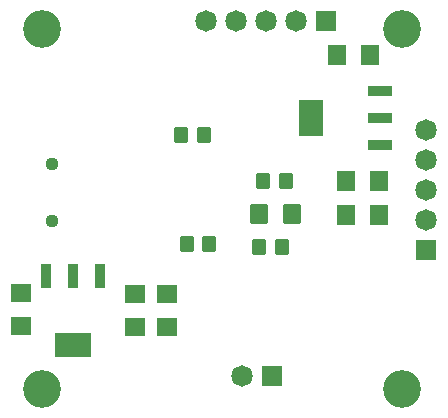
<source format=gbr>
G04 DipTrace 4.3.0.3*
G04 GBS.gbr*
%MOMM*%
G04 #@! TF.FileFunction,Soldermask,Bot*
G04 #@! TF.Part,Single*
%AMOUTLINE1*
4,1,28,
0.6,0.49972,
0.6,-0.49972,
0.59287,-0.55388,
0.57323,-0.60128,
0.54199,-0.64199,
0.50128,-0.67323,
0.45388,-0.69287,
0.39972,-0.7,
-0.39972,-0.7,
-0.45388,-0.69287,
-0.50128,-0.67323,
-0.54199,-0.64199,
-0.57323,-0.60128,
-0.59287,-0.55388,
-0.6,-0.49972,
-0.6,0.49972,
-0.59287,0.55388,
-0.57323,0.60128,
-0.54199,0.64199,
-0.50128,0.67323,
-0.45388,0.69287,
-0.39972,0.7,
0.39972,0.7,
0.45388,0.69287,
0.50128,0.67323,
0.54199,0.64199,
0.57323,0.60128,
0.59287,0.55388,
0.6,0.49972,
0*%
%AMOUTLINE5*
4,1,28,
-0.74999,-0.65674,
-0.75001,0.65671,
-0.74312,0.70905,
-0.72419,0.75477,
-0.69406,0.79403,
-0.6548,0.82416,
-0.60908,0.8431,
-0.55674,0.84999,
0.5567,0.85001,
0.60905,0.84312,
0.65477,0.82419,
0.69403,0.79406,
0.72415,0.7548,
0.74309,0.70908,
0.74999,0.65674,
0.75001,-0.65671,
0.74312,-0.70905,
0.72419,-0.75477,
0.69406,-0.79403,
0.6548,-0.82416,
0.60908,-0.8431,
0.55674,-0.84999,
-0.5567,-0.85001,
-0.60905,-0.84312,
-0.65477,-0.82419,
-0.69403,-0.79406,
-0.72415,-0.7548,
-0.74309,-0.70908,
-0.74999,-0.65674,
0*%
%ADD40C,3.2*%
%ADD44C,1.1192*%
%ADD45R,2.05X3.15*%
%ADD46R,2.05X0.85*%
%ADD47R,3.15X2.05*%
%ADD48R,0.85X2.05*%
%ADD49C,1.82*%
%ADD50R,1.82X1.82*%
%ADD52R,1.7X1.5*%
%ADD53R,1.5X1.7*%
%ADD58OUTLINE1*%
%ADD62OUTLINE5*%
%FSLAX35Y35*%
G04*
G71*
G90*
G75*
G01*
G04 BotMask*
%LPD*%
D58*
X2740000Y3420000D3*
X2550000D3*
X3400000Y2470000D3*
X3210000D3*
D53*
X4150000Y4095000D3*
X3870000D3*
X4225000Y3030000D3*
X3945000D3*
X4225000Y2745000D3*
X3945000D3*
D58*
X3435000Y3030000D3*
X3245000D3*
D62*
X3205000Y2754997D3*
X3485000Y2755003D3*
D52*
X1189997Y2085000D3*
X1190003Y1805000D3*
X2159997Y2075000D3*
X2160003Y1795000D3*
X2429997Y2075000D3*
X2430003Y1795000D3*
D58*
X2785000Y2495000D3*
X2595000D3*
D50*
X3775000Y4385000D3*
D49*
X3521000D3*
X3267000D3*
X3013000D3*
X2759000D3*
D40*
X1370000Y1270000D3*
X4420000D3*
Y4320000D3*
X1370000D3*
D50*
X4625000Y2450000D3*
D49*
Y2704000D3*
Y2958000D3*
Y3212000D3*
Y3466000D3*
D48*
X1399995Y2224996D3*
X1629995Y2225000D3*
X1859995Y2225004D3*
D47*
X1630005Y1645000D3*
D46*
X4230000Y3795000D3*
Y3565000D3*
Y3335000D3*
D45*
X3650000Y3565000D3*
D50*
X3320000Y1385000D3*
D49*
X3066000D3*
D44*
X1455000Y2693700D3*
Y3176300D3*
M02*

</source>
